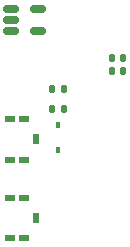
<source format=gbp>
G04 #@! TF.GenerationSoftware,KiCad,Pcbnew,(6.0.4-0)*
G04 #@! TF.CreationDate,2022-05-04T20:04:51-04:00*
G04 #@! TF.ProjectId,pico_ducky_pcb,7069636f-5f64-4756-936b-795f7063622e,rev?*
G04 #@! TF.SameCoordinates,Original*
G04 #@! TF.FileFunction,Paste,Bot*
G04 #@! TF.FilePolarity,Positive*
%FSLAX46Y46*%
G04 Gerber Fmt 4.6, Leading zero omitted, Abs format (unit mm)*
G04 Created by KiCad (PCBNEW (6.0.4-0)) date 2022-05-04 20:04:51*
%MOMM*%
%LPD*%
G01*
G04 APERTURE LIST*
G04 Aperture macros list*
%AMRoundRect*
0 Rectangle with rounded corners*
0 $1 Rounding radius*
0 $2 $3 $4 $5 $6 $7 $8 $9 X,Y pos of 4 corners*
0 Add a 4 corners polygon primitive as box body*
4,1,4,$2,$3,$4,$5,$6,$7,$8,$9,$2,$3,0*
0 Add four circle primitives for the rounded corners*
1,1,$1+$1,$2,$3*
1,1,$1+$1,$4,$5*
1,1,$1+$1,$6,$7*
1,1,$1+$1,$8,$9*
0 Add four rect primitives between the rounded corners*
20,1,$1+$1,$2,$3,$4,$5,0*
20,1,$1+$1,$4,$5,$6,$7,0*
20,1,$1+$1,$6,$7,$8,$9,0*
20,1,$1+$1,$8,$9,$2,$3,0*%
G04 Aperture macros list end*
%ADD10R,0.812800X0.508000*%
%ADD11R,0.508000X0.889000*%
%ADD12RoundRect,0.150000X-0.512500X-0.150000X0.512500X-0.150000X0.512500X0.150000X-0.512500X0.150000X0*%
%ADD13RoundRect,0.140000X0.140000X0.170000X-0.140000X0.170000X-0.140000X-0.170000X0.140000X-0.170000X0*%
%ADD14R,0.450000X0.600000*%
%ADD15RoundRect,0.135000X0.135000X0.185000X-0.135000X0.185000X-0.135000X-0.185000X0.135000X-0.185000X0*%
G04 APERTURE END LIST*
D10*
X81754201Y-59600002D03*
X81754201Y-56199998D03*
X82954199Y-56199998D03*
D11*
X84004199Y-57900000D03*
D10*
X82954199Y-59600002D03*
D12*
X81862500Y-48750000D03*
X81862500Y-47800000D03*
X81862500Y-46850000D03*
X84137500Y-46850000D03*
X84137500Y-48750000D03*
D13*
X91380000Y-52100000D03*
X90420000Y-52100000D03*
X91380000Y-51000000D03*
X90420000Y-51000000D03*
D14*
X85850000Y-58800000D03*
X85850000Y-56700000D03*
D10*
X81754201Y-66250002D03*
X81754201Y-62849998D03*
X82954199Y-62849998D03*
D11*
X84004199Y-64550000D03*
D10*
X82954199Y-66250002D03*
D15*
X86360000Y-55300000D03*
X85340000Y-55300000D03*
D13*
X86330000Y-53600000D03*
X85370000Y-53600000D03*
M02*

</source>
